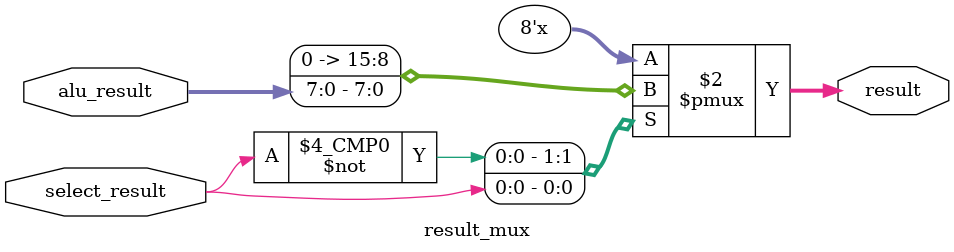
<source format=v>
module result_mux (
	input select_result,
	input [7:0] alu_result,
	output reg [7:0] result
);
always @(*) begin
	case (select_result)
		1'b0: result = 8'b00000000;
		1'b1: result = alu_result;
	endcase
end
endmodule
</source>
